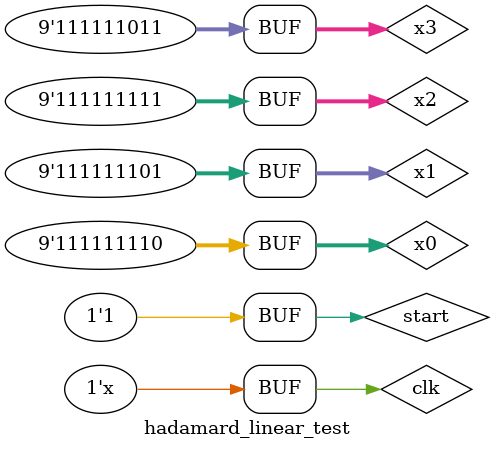
<source format=v>
`timescale 1ns / 1ps


module hadamard_linear_test;

	// Inputs
	reg clk;
	reg start;

	reg signed [8:0] x0;
	reg signed [8:0] x1;
	reg signed [8:0] x2;
	reg signed [8:0] x3;

	// Outputs
	wire signed [11:0] y0;

	// Instantiate the Unit Under Test (UUT)
	Linear_systolic_hadamard4pt uut (
		.clk(clk), 
		.start(start), 
		.x0(x0), 
		.x1(x1), 
		.x2(x2), 
		.x3(x3), 
		.y0(y0)
	);

	initial begin
		// Initialize Inputs
		clk = 0;
		start = 1;
		x0 = 3;
		x1 = 4;
		x2 = -2;
		x3 = 1;

		#200;
		
		start = 0;
		#20
		x0 = -1;
		x1 = 6;
		x2 = 2;
		x3 = 4;
		

		start = 1;

		#200;
		
		start = 0;
		#20
		x0 = 5;
		x1 = -3;
		x2 = 1;
		x3 = 0;
		
		start = 1;
		
		#200;
		
		start = 0;
		#20
		x0 = -2;
		x1 = -3;
		x2 = -1;
		x3 = -5;
		
		start = 1;

		

	end
	
	always #10 clk = ~clk;
	
	initial
		begin
			$monitor($time," X0 = %d ,X1 = %d ,X2 = %d ,X3 = %d ,  Y = %d  ",x0,x1,x2,x3,y0);
		end
			
endmodule


</source>
